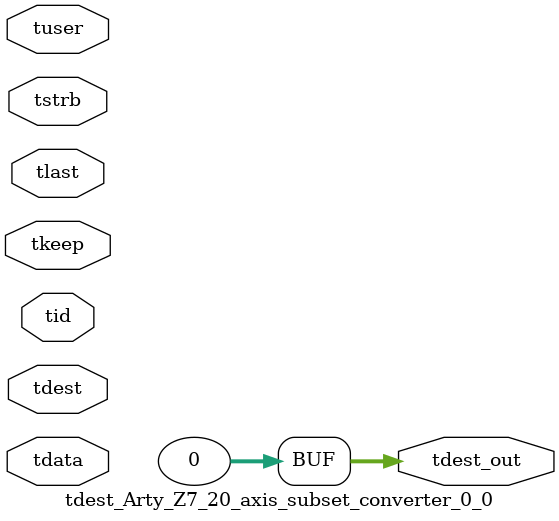
<source format=v>


`timescale 1ps/1ps

module tdest_Arty_Z7_20_axis_subset_converter_0_0 #
(
parameter C_S_AXIS_TDATA_WIDTH = 32,
parameter C_S_AXIS_TUSER_WIDTH = 0,
parameter C_S_AXIS_TID_WIDTH   = 0,
parameter C_S_AXIS_TDEST_WIDTH = 0,
parameter C_M_AXIS_TDEST_WIDTH = 32
)
(
input  [(C_S_AXIS_TDATA_WIDTH == 0 ? 1 : C_S_AXIS_TDATA_WIDTH)-1:0     ] tdata,
input  [(C_S_AXIS_TUSER_WIDTH == 0 ? 1 : C_S_AXIS_TUSER_WIDTH)-1:0     ] tuser,
input  [(C_S_AXIS_TID_WIDTH   == 0 ? 1 : C_S_AXIS_TID_WIDTH)-1:0       ] tid,
input  [(C_S_AXIS_TDEST_WIDTH == 0 ? 1 : C_S_AXIS_TDEST_WIDTH)-1:0     ] tdest,
input  [(C_S_AXIS_TDATA_WIDTH/8)-1:0 ] tkeep,
input  [(C_S_AXIS_TDATA_WIDTH/8)-1:0 ] tstrb,
input                                                                    tlast,
output [C_M_AXIS_TDEST_WIDTH-1:0] tdest_out
);

assign tdest_out = {1'b0};

endmodule


</source>
